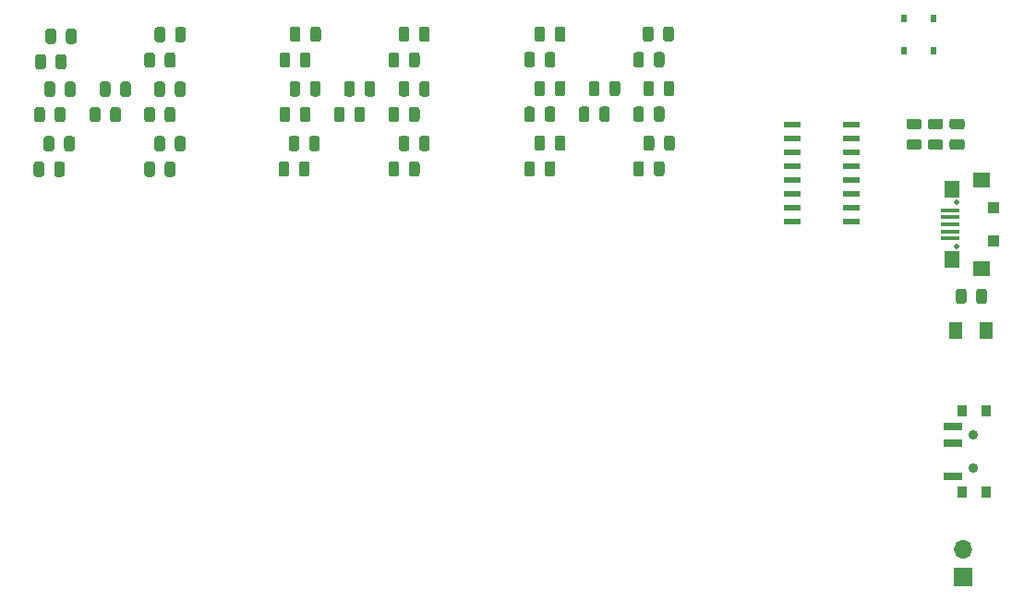
<source format=gts>
G04 #@! TF.GenerationSoftware,KiCad,Pcbnew,(5.1.9)-1*
G04 #@! TF.CreationDate,2021-03-01T10:40:22-06:00*
G04 #@! TF.ProjectId,altbier_pcb_3d6,616c7462-6965-4725-9f70-63625f336436,1*
G04 #@! TF.SameCoordinates,Original*
G04 #@! TF.FileFunction,Soldermask,Top*
G04 #@! TF.FilePolarity,Negative*
%FSLAX46Y46*%
G04 Gerber Fmt 4.6, Leading zero omitted, Abs format (unit mm)*
G04 Created by KiCad (PCBNEW (5.1.9)-1) date 2021-03-01 10:40:22*
%MOMM*%
%LPD*%
G01*
G04 APERTURE LIST*
%ADD10R,1.250000X1.500000*%
%ADD11R,1.700000X1.700000*%
%ADD12O,1.700000X1.700000*%
%ADD13C,0.900000*%
%ADD14R,1.700000X0.700000*%
%ADD15R,0.900000X1.000000*%
%ADD16R,1.500000X0.600000*%
%ADD17R,1.000000X1.100000*%
%ADD18R,1.500000X1.350000*%
%ADD19C,0.500000*%
%ADD20R,1.800000X0.400000*%
%ADD21R,1.400000X1.500000*%
%ADD22R,0.600000X0.750000*%
G04 APERTURE END LIST*
D10*
G04 #@! TO.C,SW2*
X205870000Y-89916000D03*
X203070000Y-89916000D03*
G04 #@! TD*
D11*
G04 #@! TO.C,J2*
X203708000Y-112522000D03*
D12*
X203708000Y-109982000D03*
G04 #@! TD*
G04 #@! TO.C,C1*
G36*
G01*
X201649650Y-71432000D02*
X200737150Y-71432000D01*
G75*
G02*
X200493400Y-71188250I0J243750D01*
G01*
X200493400Y-70700750D01*
G75*
G02*
X200737150Y-70457000I243750J0D01*
G01*
X201649650Y-70457000D01*
G75*
G02*
X201893400Y-70700750I0J-243750D01*
G01*
X201893400Y-71188250D01*
G75*
G02*
X201649650Y-71432000I-243750J0D01*
G01*
G37*
G36*
G01*
X201649650Y-73307000D02*
X200737150Y-73307000D01*
G75*
G02*
X200493400Y-73063250I0J243750D01*
G01*
X200493400Y-72575750D01*
G75*
G02*
X200737150Y-72332000I243750J0D01*
G01*
X201649650Y-72332000D01*
G75*
G02*
X201893400Y-72575750I0J-243750D01*
G01*
X201893400Y-73063250D01*
G75*
G02*
X201649650Y-73307000I-243750J0D01*
G01*
G37*
G04 #@! TD*
G04 #@! TO.C,C2*
G36*
G01*
X199668450Y-71432000D02*
X198755950Y-71432000D01*
G75*
G02*
X198512200Y-71188250I0J243750D01*
G01*
X198512200Y-70700750D01*
G75*
G02*
X198755950Y-70457000I243750J0D01*
G01*
X199668450Y-70457000D01*
G75*
G02*
X199912200Y-70700750I0J-243750D01*
G01*
X199912200Y-71188250D01*
G75*
G02*
X199668450Y-71432000I-243750J0D01*
G01*
G37*
G36*
G01*
X199668450Y-73307000D02*
X198755950Y-73307000D01*
G75*
G02*
X198512200Y-73063250I0J243750D01*
G01*
X198512200Y-72575750D01*
G75*
G02*
X198755950Y-72332000I243750J0D01*
G01*
X199668450Y-72332000D01*
G75*
G02*
X199912200Y-72575750I0J-243750D01*
G01*
X199912200Y-73063250D01*
G75*
G02*
X199668450Y-73307000I-243750J0D01*
G01*
G37*
G04 #@! TD*
G04 #@! TO.C,R2*
G36*
G01*
X204920000Y-87197250D02*
X204920000Y-86284750D01*
G75*
G02*
X205163750Y-86041000I243750J0D01*
G01*
X205651250Y-86041000D01*
G75*
G02*
X205895000Y-86284750I0J-243750D01*
G01*
X205895000Y-87197250D01*
G75*
G02*
X205651250Y-87441000I-243750J0D01*
G01*
X205163750Y-87441000D01*
G75*
G02*
X204920000Y-87197250I0J243750D01*
G01*
G37*
G36*
G01*
X203045000Y-87197250D02*
X203045000Y-86284750D01*
G75*
G02*
X203288750Y-86041000I243750J0D01*
G01*
X203776250Y-86041000D01*
G75*
G02*
X204020000Y-86284750I0J-243750D01*
G01*
X204020000Y-87197250D01*
G75*
G02*
X203776250Y-87441000I-243750J0D01*
G01*
X203288750Y-87441000D01*
G75*
G02*
X203045000Y-87197250I0J243750D01*
G01*
G37*
G04 #@! TD*
G04 #@! TO.C,R3*
G36*
G01*
X203630850Y-71432000D02*
X202718350Y-71432000D01*
G75*
G02*
X202474600Y-71188250I0J243750D01*
G01*
X202474600Y-70700750D01*
G75*
G02*
X202718350Y-70457000I243750J0D01*
G01*
X203630850Y-70457000D01*
G75*
G02*
X203874600Y-70700750I0J-243750D01*
G01*
X203874600Y-71188250D01*
G75*
G02*
X203630850Y-71432000I-243750J0D01*
G01*
G37*
G36*
G01*
X203630850Y-73307000D02*
X202718350Y-73307000D01*
G75*
G02*
X202474600Y-73063250I0J243750D01*
G01*
X202474600Y-72575750D01*
G75*
G02*
X202718350Y-72332000I243750J0D01*
G01*
X203630850Y-72332000D01*
G75*
G02*
X203874600Y-72575750I0J-243750D01*
G01*
X203874600Y-73063250D01*
G75*
G02*
X203630850Y-73307000I-243750J0D01*
G01*
G37*
G04 #@! TD*
G04 #@! TO.C,R11*
G36*
G01*
X121455600Y-63346650D02*
X121455600Y-62434150D01*
G75*
G02*
X121699350Y-62190400I243750J0D01*
G01*
X122186850Y-62190400D01*
G75*
G02*
X122430600Y-62434150I0J-243750D01*
G01*
X122430600Y-63346650D01*
G75*
G02*
X122186850Y-63590400I-243750J0D01*
G01*
X121699350Y-63590400D01*
G75*
G02*
X121455600Y-63346650I0J243750D01*
G01*
G37*
G36*
G01*
X119580600Y-63346650D02*
X119580600Y-62434150D01*
G75*
G02*
X119824350Y-62190400I243750J0D01*
G01*
X120311850Y-62190400D01*
G75*
G02*
X120555600Y-62434150I0J-243750D01*
G01*
X120555600Y-63346650D01*
G75*
G02*
X120311850Y-63590400I-243750J0D01*
G01*
X119824350Y-63590400D01*
G75*
G02*
X119580600Y-63346650I0J243750D01*
G01*
G37*
G04 #@! TD*
G04 #@! TO.C,R12*
G36*
G01*
X131437800Y-73201850D02*
X131437800Y-72289350D01*
G75*
G02*
X131681550Y-72045600I243750J0D01*
G01*
X132169050Y-72045600D01*
G75*
G02*
X132412800Y-72289350I0J-243750D01*
G01*
X132412800Y-73201850D01*
G75*
G02*
X132169050Y-73445600I-243750J0D01*
G01*
X131681550Y-73445600D01*
G75*
G02*
X131437800Y-73201850I0J243750D01*
G01*
G37*
G36*
G01*
X129562800Y-73201850D02*
X129562800Y-72289350D01*
G75*
G02*
X129806550Y-72045600I243750J0D01*
G01*
X130294050Y-72045600D01*
G75*
G02*
X130537800Y-72289350I0J-243750D01*
G01*
X130537800Y-73201850D01*
G75*
G02*
X130294050Y-73445600I-243750J0D01*
G01*
X129806550Y-73445600D01*
G75*
G02*
X129562800Y-73201850I0J243750D01*
G01*
G37*
G04 #@! TD*
G04 #@! TO.C,R13*
G36*
G01*
X121354000Y-68198050D02*
X121354000Y-67285550D01*
G75*
G02*
X121597750Y-67041800I243750J0D01*
G01*
X122085250Y-67041800D01*
G75*
G02*
X122329000Y-67285550I0J-243750D01*
G01*
X122329000Y-68198050D01*
G75*
G02*
X122085250Y-68441800I-243750J0D01*
G01*
X121597750Y-68441800D01*
G75*
G02*
X121354000Y-68198050I0J243750D01*
G01*
G37*
G36*
G01*
X119479000Y-68198050D02*
X119479000Y-67285550D01*
G75*
G02*
X119722750Y-67041800I243750J0D01*
G01*
X120210250Y-67041800D01*
G75*
G02*
X120454000Y-67285550I0J-243750D01*
G01*
X120454000Y-68198050D01*
G75*
G02*
X120210250Y-68441800I-243750J0D01*
G01*
X119722750Y-68441800D01*
G75*
G02*
X119479000Y-68198050I0J243750D01*
G01*
G37*
G04 #@! TD*
G04 #@! TO.C,R14*
G36*
G01*
X131437800Y-68198050D02*
X131437800Y-67285550D01*
G75*
G02*
X131681550Y-67041800I243750J0D01*
G01*
X132169050Y-67041800D01*
G75*
G02*
X132412800Y-67285550I0J-243750D01*
G01*
X132412800Y-68198050D01*
G75*
G02*
X132169050Y-68441800I-243750J0D01*
G01*
X131681550Y-68441800D01*
G75*
G02*
X131437800Y-68198050I0J243750D01*
G01*
G37*
G36*
G01*
X129562800Y-68198050D02*
X129562800Y-67285550D01*
G75*
G02*
X129806550Y-67041800I243750J0D01*
G01*
X130294050Y-67041800D01*
G75*
G02*
X130537800Y-67285550I0J-243750D01*
G01*
X130537800Y-68198050D01*
G75*
G02*
X130294050Y-68441800I-243750J0D01*
G01*
X129806550Y-68441800D01*
G75*
G02*
X129562800Y-68198050I0J243750D01*
G01*
G37*
G04 #@! TD*
G04 #@! TO.C,R15*
G36*
G01*
X121277800Y-73201850D02*
X121277800Y-72289350D01*
G75*
G02*
X121521550Y-72045600I243750J0D01*
G01*
X122009050Y-72045600D01*
G75*
G02*
X122252800Y-72289350I0J-243750D01*
G01*
X122252800Y-73201850D01*
G75*
G02*
X122009050Y-73445600I-243750J0D01*
G01*
X121521550Y-73445600D01*
G75*
G02*
X121277800Y-73201850I0J243750D01*
G01*
G37*
G36*
G01*
X119402800Y-73201850D02*
X119402800Y-72289350D01*
G75*
G02*
X119646550Y-72045600I243750J0D01*
G01*
X120134050Y-72045600D01*
G75*
G02*
X120377800Y-72289350I0J-243750D01*
G01*
X120377800Y-73201850D01*
G75*
G02*
X120134050Y-73445600I-243750J0D01*
G01*
X119646550Y-73445600D01*
G75*
G02*
X119402800Y-73201850I0J243750D01*
G01*
G37*
G04 #@! TD*
G04 #@! TO.C,R16*
G36*
G01*
X131463200Y-63194250D02*
X131463200Y-62281750D01*
G75*
G02*
X131706950Y-62038000I243750J0D01*
G01*
X132194450Y-62038000D01*
G75*
G02*
X132438200Y-62281750I0J-243750D01*
G01*
X132438200Y-63194250D01*
G75*
G02*
X132194450Y-63438000I-243750J0D01*
G01*
X131706950Y-63438000D01*
G75*
G02*
X131463200Y-63194250I0J243750D01*
G01*
G37*
G36*
G01*
X129588200Y-63194250D02*
X129588200Y-62281750D01*
G75*
G02*
X129831950Y-62038000I243750J0D01*
G01*
X130319450Y-62038000D01*
G75*
G02*
X130563200Y-62281750I0J-243750D01*
G01*
X130563200Y-63194250D01*
G75*
G02*
X130319450Y-63438000I-243750J0D01*
G01*
X129831950Y-63438000D01*
G75*
G02*
X129588200Y-63194250I0J243750D01*
G01*
G37*
G04 #@! TD*
G04 #@! TO.C,R17*
G36*
G01*
X126434000Y-68198050D02*
X126434000Y-67285550D01*
G75*
G02*
X126677750Y-67041800I243750J0D01*
G01*
X127165250Y-67041800D01*
G75*
G02*
X127409000Y-67285550I0J-243750D01*
G01*
X127409000Y-68198050D01*
G75*
G02*
X127165250Y-68441800I-243750J0D01*
G01*
X126677750Y-68441800D01*
G75*
G02*
X126434000Y-68198050I0J243750D01*
G01*
G37*
G36*
G01*
X124559000Y-68198050D02*
X124559000Y-67285550D01*
G75*
G02*
X124802750Y-67041800I243750J0D01*
G01*
X125290250Y-67041800D01*
G75*
G02*
X125534000Y-67285550I0J-243750D01*
G01*
X125534000Y-68198050D01*
G75*
G02*
X125290250Y-68441800I-243750J0D01*
G01*
X124802750Y-68441800D01*
G75*
G02*
X124559000Y-68198050I0J243750D01*
G01*
G37*
G04 #@! TD*
G04 #@! TO.C,R21*
G36*
G01*
X143858400Y-63168850D02*
X143858400Y-62256350D01*
G75*
G02*
X144102150Y-62012600I243750J0D01*
G01*
X144589650Y-62012600D01*
G75*
G02*
X144833400Y-62256350I0J-243750D01*
G01*
X144833400Y-63168850D01*
G75*
G02*
X144589650Y-63412600I-243750J0D01*
G01*
X144102150Y-63412600D01*
G75*
G02*
X143858400Y-63168850I0J243750D01*
G01*
G37*
G36*
G01*
X141983400Y-63168850D02*
X141983400Y-62256350D01*
G75*
G02*
X142227150Y-62012600I243750J0D01*
G01*
X142714650Y-62012600D01*
G75*
G02*
X142958400Y-62256350I0J-243750D01*
G01*
X142958400Y-63168850D01*
G75*
G02*
X142714650Y-63412600I-243750J0D01*
G01*
X142227150Y-63412600D01*
G75*
G02*
X141983400Y-63168850I0J243750D01*
G01*
G37*
G04 #@! TD*
G04 #@! TO.C,R22*
G36*
G01*
X153840600Y-73176450D02*
X153840600Y-72263950D01*
G75*
G02*
X154084350Y-72020200I243750J0D01*
G01*
X154571850Y-72020200D01*
G75*
G02*
X154815600Y-72263950I0J-243750D01*
G01*
X154815600Y-73176450D01*
G75*
G02*
X154571850Y-73420200I-243750J0D01*
G01*
X154084350Y-73420200D01*
G75*
G02*
X153840600Y-73176450I0J243750D01*
G01*
G37*
G36*
G01*
X151965600Y-73176450D02*
X151965600Y-72263950D01*
G75*
G02*
X152209350Y-72020200I243750J0D01*
G01*
X152696850Y-72020200D01*
G75*
G02*
X152940600Y-72263950I0J-243750D01*
G01*
X152940600Y-73176450D01*
G75*
G02*
X152696850Y-73420200I-243750J0D01*
G01*
X152209350Y-73420200D01*
G75*
G02*
X151965600Y-73176450I0J243750D01*
G01*
G37*
G04 #@! TD*
G04 #@! TO.C,R23*
G36*
G01*
X143833000Y-68172650D02*
X143833000Y-67260150D01*
G75*
G02*
X144076750Y-67016400I243750J0D01*
G01*
X144564250Y-67016400D01*
G75*
G02*
X144808000Y-67260150I0J-243750D01*
G01*
X144808000Y-68172650D01*
G75*
G02*
X144564250Y-68416400I-243750J0D01*
G01*
X144076750Y-68416400D01*
G75*
G02*
X143833000Y-68172650I0J243750D01*
G01*
G37*
G36*
G01*
X141958000Y-68172650D02*
X141958000Y-67260150D01*
G75*
G02*
X142201750Y-67016400I243750J0D01*
G01*
X142689250Y-67016400D01*
G75*
G02*
X142933000Y-67260150I0J-243750D01*
G01*
X142933000Y-68172650D01*
G75*
G02*
X142689250Y-68416400I-243750J0D01*
G01*
X142201750Y-68416400D01*
G75*
G02*
X141958000Y-68172650I0J243750D01*
G01*
G37*
G04 #@! TD*
G04 #@! TO.C,R24*
G36*
G01*
X153840600Y-68172650D02*
X153840600Y-67260150D01*
G75*
G02*
X154084350Y-67016400I243750J0D01*
G01*
X154571850Y-67016400D01*
G75*
G02*
X154815600Y-67260150I0J-243750D01*
G01*
X154815600Y-68172650D01*
G75*
G02*
X154571850Y-68416400I-243750J0D01*
G01*
X154084350Y-68416400D01*
G75*
G02*
X153840600Y-68172650I0J243750D01*
G01*
G37*
G36*
G01*
X151965600Y-68172650D02*
X151965600Y-67260150D01*
G75*
G02*
X152209350Y-67016400I243750J0D01*
G01*
X152696850Y-67016400D01*
G75*
G02*
X152940600Y-67260150I0J-243750D01*
G01*
X152940600Y-68172650D01*
G75*
G02*
X152696850Y-68416400I-243750J0D01*
G01*
X152209350Y-68416400D01*
G75*
G02*
X151965600Y-68172650I0J243750D01*
G01*
G37*
G04 #@! TD*
G04 #@! TO.C,R25*
G36*
G01*
X143756800Y-73176450D02*
X143756800Y-72263950D01*
G75*
G02*
X144000550Y-72020200I243750J0D01*
G01*
X144488050Y-72020200D01*
G75*
G02*
X144731800Y-72263950I0J-243750D01*
G01*
X144731800Y-73176450D01*
G75*
G02*
X144488050Y-73420200I-243750J0D01*
G01*
X144000550Y-73420200D01*
G75*
G02*
X143756800Y-73176450I0J243750D01*
G01*
G37*
G36*
G01*
X141881800Y-73176450D02*
X141881800Y-72263950D01*
G75*
G02*
X142125550Y-72020200I243750J0D01*
G01*
X142613050Y-72020200D01*
G75*
G02*
X142856800Y-72263950I0J-243750D01*
G01*
X142856800Y-73176450D01*
G75*
G02*
X142613050Y-73420200I-243750J0D01*
G01*
X142125550Y-73420200D01*
G75*
G02*
X141881800Y-73176450I0J243750D01*
G01*
G37*
G04 #@! TD*
G04 #@! TO.C,R26*
G36*
G01*
X153840600Y-63168850D02*
X153840600Y-62256350D01*
G75*
G02*
X154084350Y-62012600I243750J0D01*
G01*
X154571850Y-62012600D01*
G75*
G02*
X154815600Y-62256350I0J-243750D01*
G01*
X154815600Y-63168850D01*
G75*
G02*
X154571850Y-63412600I-243750J0D01*
G01*
X154084350Y-63412600D01*
G75*
G02*
X153840600Y-63168850I0J243750D01*
G01*
G37*
G36*
G01*
X151965600Y-63168850D02*
X151965600Y-62256350D01*
G75*
G02*
X152209350Y-62012600I243750J0D01*
G01*
X152696850Y-62012600D01*
G75*
G02*
X152940600Y-62256350I0J-243750D01*
G01*
X152940600Y-63168850D01*
G75*
G02*
X152696850Y-63412600I-243750J0D01*
G01*
X152209350Y-63412600D01*
G75*
G02*
X151965600Y-63168850I0J243750D01*
G01*
G37*
G04 #@! TD*
G04 #@! TO.C,R27*
G36*
G01*
X148836800Y-68172650D02*
X148836800Y-67260150D01*
G75*
G02*
X149080550Y-67016400I243750J0D01*
G01*
X149568050Y-67016400D01*
G75*
G02*
X149811800Y-67260150I0J-243750D01*
G01*
X149811800Y-68172650D01*
G75*
G02*
X149568050Y-68416400I-243750J0D01*
G01*
X149080550Y-68416400D01*
G75*
G02*
X148836800Y-68172650I0J243750D01*
G01*
G37*
G36*
G01*
X146961800Y-68172650D02*
X146961800Y-67260150D01*
G75*
G02*
X147205550Y-67016400I243750J0D01*
G01*
X147693050Y-67016400D01*
G75*
G02*
X147936800Y-67260150I0J-243750D01*
G01*
X147936800Y-68172650D01*
G75*
G02*
X147693050Y-68416400I-243750J0D01*
G01*
X147205550Y-68416400D01*
G75*
G02*
X146961800Y-68172650I0J243750D01*
G01*
G37*
G04 #@! TD*
G04 #@! TO.C,R31*
G36*
G01*
X166286600Y-63168850D02*
X166286600Y-62256350D01*
G75*
G02*
X166530350Y-62012600I243750J0D01*
G01*
X167017850Y-62012600D01*
G75*
G02*
X167261600Y-62256350I0J-243750D01*
G01*
X167261600Y-63168850D01*
G75*
G02*
X167017850Y-63412600I-243750J0D01*
G01*
X166530350Y-63412600D01*
G75*
G02*
X166286600Y-63168850I0J243750D01*
G01*
G37*
G36*
G01*
X164411600Y-63168850D02*
X164411600Y-62256350D01*
G75*
G02*
X164655350Y-62012600I243750J0D01*
G01*
X165142850Y-62012600D01*
G75*
G02*
X165386600Y-62256350I0J-243750D01*
G01*
X165386600Y-63168850D01*
G75*
G02*
X165142850Y-63412600I-243750J0D01*
G01*
X164655350Y-63412600D01*
G75*
G02*
X164411600Y-63168850I0J243750D01*
G01*
G37*
G04 #@! TD*
G04 #@! TO.C,R32*
G36*
G01*
X176294200Y-73151050D02*
X176294200Y-72238550D01*
G75*
G02*
X176537950Y-71994800I243750J0D01*
G01*
X177025450Y-71994800D01*
G75*
G02*
X177269200Y-72238550I0J-243750D01*
G01*
X177269200Y-73151050D01*
G75*
G02*
X177025450Y-73394800I-243750J0D01*
G01*
X176537950Y-73394800D01*
G75*
G02*
X176294200Y-73151050I0J243750D01*
G01*
G37*
G36*
G01*
X174419200Y-73151050D02*
X174419200Y-72238550D01*
G75*
G02*
X174662950Y-71994800I243750J0D01*
G01*
X175150450Y-71994800D01*
G75*
G02*
X175394200Y-72238550I0J-243750D01*
G01*
X175394200Y-73151050D01*
G75*
G02*
X175150450Y-73394800I-243750J0D01*
G01*
X174662950Y-73394800D01*
G75*
G02*
X174419200Y-73151050I0J243750D01*
G01*
G37*
G04 #@! TD*
G04 #@! TO.C,R33*
G36*
G01*
X166286600Y-68147250D02*
X166286600Y-67234750D01*
G75*
G02*
X166530350Y-66991000I243750J0D01*
G01*
X167017850Y-66991000D01*
G75*
G02*
X167261600Y-67234750I0J-243750D01*
G01*
X167261600Y-68147250D01*
G75*
G02*
X167017850Y-68391000I-243750J0D01*
G01*
X166530350Y-68391000D01*
G75*
G02*
X166286600Y-68147250I0J243750D01*
G01*
G37*
G36*
G01*
X164411600Y-68147250D02*
X164411600Y-67234750D01*
G75*
G02*
X164655350Y-66991000I243750J0D01*
G01*
X165142850Y-66991000D01*
G75*
G02*
X165386600Y-67234750I0J-243750D01*
G01*
X165386600Y-68147250D01*
G75*
G02*
X165142850Y-68391000I-243750J0D01*
G01*
X164655350Y-68391000D01*
G75*
G02*
X164411600Y-68147250I0J243750D01*
G01*
G37*
G04 #@! TD*
G04 #@! TO.C,R34*
G36*
G01*
X176268800Y-68147250D02*
X176268800Y-67234750D01*
G75*
G02*
X176512550Y-66991000I243750J0D01*
G01*
X177000050Y-66991000D01*
G75*
G02*
X177243800Y-67234750I0J-243750D01*
G01*
X177243800Y-68147250D01*
G75*
G02*
X177000050Y-68391000I-243750J0D01*
G01*
X176512550Y-68391000D01*
G75*
G02*
X176268800Y-68147250I0J243750D01*
G01*
G37*
G36*
G01*
X174393800Y-68147250D02*
X174393800Y-67234750D01*
G75*
G02*
X174637550Y-66991000I243750J0D01*
G01*
X175125050Y-66991000D01*
G75*
G02*
X175368800Y-67234750I0J-243750D01*
G01*
X175368800Y-68147250D01*
G75*
G02*
X175125050Y-68391000I-243750J0D01*
G01*
X174637550Y-68391000D01*
G75*
G02*
X174393800Y-68147250I0J243750D01*
G01*
G37*
G04 #@! TD*
G04 #@! TO.C,R35*
G36*
G01*
X165386600Y-72238550D02*
X165386600Y-73151050D01*
G75*
G02*
X165142850Y-73394800I-243750J0D01*
G01*
X164655350Y-73394800D01*
G75*
G02*
X164411600Y-73151050I0J243750D01*
G01*
X164411600Y-72238550D01*
G75*
G02*
X164655350Y-71994800I243750J0D01*
G01*
X165142850Y-71994800D01*
G75*
G02*
X165386600Y-72238550I0J-243750D01*
G01*
G37*
G36*
G01*
X167261600Y-72238550D02*
X167261600Y-73151050D01*
G75*
G02*
X167017850Y-73394800I-243750J0D01*
G01*
X166530350Y-73394800D01*
G75*
G02*
X166286600Y-73151050I0J243750D01*
G01*
X166286600Y-72238550D01*
G75*
G02*
X166530350Y-71994800I243750J0D01*
G01*
X167017850Y-71994800D01*
G75*
G02*
X167261600Y-72238550I0J-243750D01*
G01*
G37*
G04 #@! TD*
G04 #@! TO.C,R36*
G36*
G01*
X175318000Y-62230950D02*
X175318000Y-63143450D01*
G75*
G02*
X175074250Y-63387200I-243750J0D01*
G01*
X174586750Y-63387200D01*
G75*
G02*
X174343000Y-63143450I0J243750D01*
G01*
X174343000Y-62230950D01*
G75*
G02*
X174586750Y-61987200I243750J0D01*
G01*
X175074250Y-61987200D01*
G75*
G02*
X175318000Y-62230950I0J-243750D01*
G01*
G37*
G36*
G01*
X177193000Y-62230950D02*
X177193000Y-63143450D01*
G75*
G02*
X176949250Y-63387200I-243750J0D01*
G01*
X176461750Y-63387200D01*
G75*
G02*
X176218000Y-63143450I0J243750D01*
G01*
X176218000Y-62230950D01*
G75*
G02*
X176461750Y-61987200I243750J0D01*
G01*
X176949250Y-61987200D01*
G75*
G02*
X177193000Y-62230950I0J-243750D01*
G01*
G37*
G04 #@! TD*
G04 #@! TO.C,R37*
G36*
G01*
X171290400Y-68147250D02*
X171290400Y-67234750D01*
G75*
G02*
X171534150Y-66991000I243750J0D01*
G01*
X172021650Y-66991000D01*
G75*
G02*
X172265400Y-67234750I0J-243750D01*
G01*
X172265400Y-68147250D01*
G75*
G02*
X172021650Y-68391000I-243750J0D01*
G01*
X171534150Y-68391000D01*
G75*
G02*
X171290400Y-68147250I0J243750D01*
G01*
G37*
G36*
G01*
X169415400Y-68147250D02*
X169415400Y-67234750D01*
G75*
G02*
X169659150Y-66991000I243750J0D01*
G01*
X170146650Y-66991000D01*
G75*
G02*
X170390400Y-67234750I0J-243750D01*
G01*
X170390400Y-68147250D01*
G75*
G02*
X170146650Y-68391000I-243750J0D01*
G01*
X169659150Y-68391000D01*
G75*
G02*
X169415400Y-68147250I0J243750D01*
G01*
G37*
G04 #@! TD*
G04 #@! TO.C,D31*
G36*
G01*
X165351000Y-65499450D02*
X165351000Y-64586950D01*
G75*
G02*
X165594750Y-64343200I243750J0D01*
G01*
X166082250Y-64343200D01*
G75*
G02*
X166326000Y-64586950I0J-243750D01*
G01*
X166326000Y-65499450D01*
G75*
G02*
X166082250Y-65743200I-243750J0D01*
G01*
X165594750Y-65743200D01*
G75*
G02*
X165351000Y-65499450I0J243750D01*
G01*
G37*
G36*
G01*
X163476000Y-65499450D02*
X163476000Y-64586950D01*
G75*
G02*
X163719750Y-64343200I243750J0D01*
G01*
X164207250Y-64343200D01*
G75*
G02*
X164451000Y-64586950I0J-243750D01*
G01*
X164451000Y-65499450D01*
G75*
G02*
X164207250Y-65743200I-243750J0D01*
G01*
X163719750Y-65743200D01*
G75*
G02*
X163476000Y-65499450I0J243750D01*
G01*
G37*
G04 #@! TD*
G04 #@! TO.C,D32*
G36*
G01*
X175351000Y-75499450D02*
X175351000Y-74586950D01*
G75*
G02*
X175594750Y-74343200I243750J0D01*
G01*
X176082250Y-74343200D01*
G75*
G02*
X176326000Y-74586950I0J-243750D01*
G01*
X176326000Y-75499450D01*
G75*
G02*
X176082250Y-75743200I-243750J0D01*
G01*
X175594750Y-75743200D01*
G75*
G02*
X175351000Y-75499450I0J243750D01*
G01*
G37*
G36*
G01*
X173476000Y-75499450D02*
X173476000Y-74586950D01*
G75*
G02*
X173719750Y-74343200I243750J0D01*
G01*
X174207250Y-74343200D01*
G75*
G02*
X174451000Y-74586950I0J-243750D01*
G01*
X174451000Y-75499450D01*
G75*
G02*
X174207250Y-75743200I-243750J0D01*
G01*
X173719750Y-75743200D01*
G75*
G02*
X173476000Y-75499450I0J243750D01*
G01*
G37*
G04 #@! TD*
G04 #@! TO.C,D33*
G36*
G01*
X165351000Y-70499450D02*
X165351000Y-69586950D01*
G75*
G02*
X165594750Y-69343200I243750J0D01*
G01*
X166082250Y-69343200D01*
G75*
G02*
X166326000Y-69586950I0J-243750D01*
G01*
X166326000Y-70499450D01*
G75*
G02*
X166082250Y-70743200I-243750J0D01*
G01*
X165594750Y-70743200D01*
G75*
G02*
X165351000Y-70499450I0J243750D01*
G01*
G37*
G36*
G01*
X163476000Y-70499450D02*
X163476000Y-69586950D01*
G75*
G02*
X163719750Y-69343200I243750J0D01*
G01*
X164207250Y-69343200D01*
G75*
G02*
X164451000Y-69586950I0J-243750D01*
G01*
X164451000Y-70499450D01*
G75*
G02*
X164207250Y-70743200I-243750J0D01*
G01*
X163719750Y-70743200D01*
G75*
G02*
X163476000Y-70499450I0J243750D01*
G01*
G37*
G04 #@! TD*
G04 #@! TO.C,D34*
G36*
G01*
X175351000Y-70499450D02*
X175351000Y-69586950D01*
G75*
G02*
X175594750Y-69343200I243750J0D01*
G01*
X176082250Y-69343200D01*
G75*
G02*
X176326000Y-69586950I0J-243750D01*
G01*
X176326000Y-70499450D01*
G75*
G02*
X176082250Y-70743200I-243750J0D01*
G01*
X175594750Y-70743200D01*
G75*
G02*
X175351000Y-70499450I0J243750D01*
G01*
G37*
G36*
G01*
X173476000Y-70499450D02*
X173476000Y-69586950D01*
G75*
G02*
X173719750Y-69343200I243750J0D01*
G01*
X174207250Y-69343200D01*
G75*
G02*
X174451000Y-69586950I0J-243750D01*
G01*
X174451000Y-70499450D01*
G75*
G02*
X174207250Y-70743200I-243750J0D01*
G01*
X173719750Y-70743200D01*
G75*
G02*
X173476000Y-70499450I0J243750D01*
G01*
G37*
G04 #@! TD*
G04 #@! TO.C,D35*
G36*
G01*
X165351000Y-75499450D02*
X165351000Y-74586950D01*
G75*
G02*
X165594750Y-74343200I243750J0D01*
G01*
X166082250Y-74343200D01*
G75*
G02*
X166326000Y-74586950I0J-243750D01*
G01*
X166326000Y-75499450D01*
G75*
G02*
X166082250Y-75743200I-243750J0D01*
G01*
X165594750Y-75743200D01*
G75*
G02*
X165351000Y-75499450I0J243750D01*
G01*
G37*
G36*
G01*
X163476000Y-75499450D02*
X163476000Y-74586950D01*
G75*
G02*
X163719750Y-74343200I243750J0D01*
G01*
X164207250Y-74343200D01*
G75*
G02*
X164451000Y-74586950I0J-243750D01*
G01*
X164451000Y-75499450D01*
G75*
G02*
X164207250Y-75743200I-243750J0D01*
G01*
X163719750Y-75743200D01*
G75*
G02*
X163476000Y-75499450I0J243750D01*
G01*
G37*
G04 #@! TD*
G04 #@! TO.C,D36*
G36*
G01*
X175351000Y-65499450D02*
X175351000Y-64586950D01*
G75*
G02*
X175594750Y-64343200I243750J0D01*
G01*
X176082250Y-64343200D01*
G75*
G02*
X176326000Y-64586950I0J-243750D01*
G01*
X176326000Y-65499450D01*
G75*
G02*
X176082250Y-65743200I-243750J0D01*
G01*
X175594750Y-65743200D01*
G75*
G02*
X175351000Y-65499450I0J243750D01*
G01*
G37*
G36*
G01*
X173476000Y-65499450D02*
X173476000Y-64586950D01*
G75*
G02*
X173719750Y-64343200I243750J0D01*
G01*
X174207250Y-64343200D01*
G75*
G02*
X174451000Y-64586950I0J-243750D01*
G01*
X174451000Y-65499450D01*
G75*
G02*
X174207250Y-65743200I-243750J0D01*
G01*
X173719750Y-65743200D01*
G75*
G02*
X173476000Y-65499450I0J243750D01*
G01*
G37*
G04 #@! TD*
G04 #@! TO.C,D37*
G36*
G01*
X170351000Y-70499450D02*
X170351000Y-69586950D01*
G75*
G02*
X170594750Y-69343200I243750J0D01*
G01*
X171082250Y-69343200D01*
G75*
G02*
X171326000Y-69586950I0J-243750D01*
G01*
X171326000Y-70499450D01*
G75*
G02*
X171082250Y-70743200I-243750J0D01*
G01*
X170594750Y-70743200D01*
G75*
G02*
X170351000Y-70499450I0J243750D01*
G01*
G37*
G36*
G01*
X168476000Y-70499450D02*
X168476000Y-69586950D01*
G75*
G02*
X168719750Y-69343200I243750J0D01*
G01*
X169207250Y-69343200D01*
G75*
G02*
X169451000Y-69586950I0J-243750D01*
G01*
X169451000Y-70499450D01*
G75*
G02*
X169207250Y-70743200I-243750J0D01*
G01*
X168719750Y-70743200D01*
G75*
G02*
X168476000Y-70499450I0J243750D01*
G01*
G37*
G04 #@! TD*
G04 #@! TO.C,D21*
G36*
G01*
X142913350Y-65522606D02*
X142913350Y-64610106D01*
G75*
G02*
X143157100Y-64366356I243750J0D01*
G01*
X143644600Y-64366356D01*
G75*
G02*
X143888350Y-64610106I0J-243750D01*
G01*
X143888350Y-65522606D01*
G75*
G02*
X143644600Y-65766356I-243750J0D01*
G01*
X143157100Y-65766356D01*
G75*
G02*
X142913350Y-65522606I0J243750D01*
G01*
G37*
G36*
G01*
X141038350Y-65522606D02*
X141038350Y-64610106D01*
G75*
G02*
X141282100Y-64366356I243750J0D01*
G01*
X141769600Y-64366356D01*
G75*
G02*
X142013350Y-64610106I0J-243750D01*
G01*
X142013350Y-65522606D01*
G75*
G02*
X141769600Y-65766356I-243750J0D01*
G01*
X141282100Y-65766356D01*
G75*
G02*
X141038350Y-65522606I0J243750D01*
G01*
G37*
G04 #@! TD*
G04 #@! TO.C,D22*
G36*
G01*
X152913350Y-75522606D02*
X152913350Y-74610106D01*
G75*
G02*
X153157100Y-74366356I243750J0D01*
G01*
X153644600Y-74366356D01*
G75*
G02*
X153888350Y-74610106I0J-243750D01*
G01*
X153888350Y-75522606D01*
G75*
G02*
X153644600Y-75766356I-243750J0D01*
G01*
X153157100Y-75766356D01*
G75*
G02*
X152913350Y-75522606I0J243750D01*
G01*
G37*
G36*
G01*
X151038350Y-75522606D02*
X151038350Y-74610106D01*
G75*
G02*
X151282100Y-74366356I243750J0D01*
G01*
X151769600Y-74366356D01*
G75*
G02*
X152013350Y-74610106I0J-243750D01*
G01*
X152013350Y-75522606D01*
G75*
G02*
X151769600Y-75766356I-243750J0D01*
G01*
X151282100Y-75766356D01*
G75*
G02*
X151038350Y-75522606I0J243750D01*
G01*
G37*
G04 #@! TD*
G04 #@! TO.C,D23*
G36*
G01*
X142913350Y-70522606D02*
X142913350Y-69610106D01*
G75*
G02*
X143157100Y-69366356I243750J0D01*
G01*
X143644600Y-69366356D01*
G75*
G02*
X143888350Y-69610106I0J-243750D01*
G01*
X143888350Y-70522606D01*
G75*
G02*
X143644600Y-70766356I-243750J0D01*
G01*
X143157100Y-70766356D01*
G75*
G02*
X142913350Y-70522606I0J243750D01*
G01*
G37*
G36*
G01*
X141038350Y-70522606D02*
X141038350Y-69610106D01*
G75*
G02*
X141282100Y-69366356I243750J0D01*
G01*
X141769600Y-69366356D01*
G75*
G02*
X142013350Y-69610106I0J-243750D01*
G01*
X142013350Y-70522606D01*
G75*
G02*
X141769600Y-70766356I-243750J0D01*
G01*
X141282100Y-70766356D01*
G75*
G02*
X141038350Y-70522606I0J243750D01*
G01*
G37*
G04 #@! TD*
G04 #@! TO.C,D24*
G36*
G01*
X152913350Y-70522606D02*
X152913350Y-69610106D01*
G75*
G02*
X153157100Y-69366356I243750J0D01*
G01*
X153644600Y-69366356D01*
G75*
G02*
X153888350Y-69610106I0J-243750D01*
G01*
X153888350Y-70522606D01*
G75*
G02*
X153644600Y-70766356I-243750J0D01*
G01*
X153157100Y-70766356D01*
G75*
G02*
X152913350Y-70522606I0J243750D01*
G01*
G37*
G36*
G01*
X151038350Y-70522606D02*
X151038350Y-69610106D01*
G75*
G02*
X151282100Y-69366356I243750J0D01*
G01*
X151769600Y-69366356D01*
G75*
G02*
X152013350Y-69610106I0J-243750D01*
G01*
X152013350Y-70522606D01*
G75*
G02*
X151769600Y-70766356I-243750J0D01*
G01*
X151282100Y-70766356D01*
G75*
G02*
X151038350Y-70522606I0J243750D01*
G01*
G37*
G04 #@! TD*
G04 #@! TO.C,D25*
G36*
G01*
X142813350Y-75522606D02*
X142813350Y-74610106D01*
G75*
G02*
X143057100Y-74366356I243750J0D01*
G01*
X143544600Y-74366356D01*
G75*
G02*
X143788350Y-74610106I0J-243750D01*
G01*
X143788350Y-75522606D01*
G75*
G02*
X143544600Y-75766356I-243750J0D01*
G01*
X143057100Y-75766356D01*
G75*
G02*
X142813350Y-75522606I0J243750D01*
G01*
G37*
G36*
G01*
X140938350Y-75522606D02*
X140938350Y-74610106D01*
G75*
G02*
X141182100Y-74366356I243750J0D01*
G01*
X141669600Y-74366356D01*
G75*
G02*
X141913350Y-74610106I0J-243750D01*
G01*
X141913350Y-75522606D01*
G75*
G02*
X141669600Y-75766356I-243750J0D01*
G01*
X141182100Y-75766356D01*
G75*
G02*
X140938350Y-75522606I0J243750D01*
G01*
G37*
G04 #@! TD*
G04 #@! TO.C,D26*
G36*
G01*
X152913350Y-65522606D02*
X152913350Y-64610106D01*
G75*
G02*
X153157100Y-64366356I243750J0D01*
G01*
X153644600Y-64366356D01*
G75*
G02*
X153888350Y-64610106I0J-243750D01*
G01*
X153888350Y-65522606D01*
G75*
G02*
X153644600Y-65766356I-243750J0D01*
G01*
X153157100Y-65766356D01*
G75*
G02*
X152913350Y-65522606I0J243750D01*
G01*
G37*
G36*
G01*
X151038350Y-65522606D02*
X151038350Y-64610106D01*
G75*
G02*
X151282100Y-64366356I243750J0D01*
G01*
X151769600Y-64366356D01*
G75*
G02*
X152013350Y-64610106I0J-243750D01*
G01*
X152013350Y-65522606D01*
G75*
G02*
X151769600Y-65766356I-243750J0D01*
G01*
X151282100Y-65766356D01*
G75*
G02*
X151038350Y-65522606I0J243750D01*
G01*
G37*
G04 #@! TD*
G04 #@! TO.C,D27*
G36*
G01*
X147913350Y-70522606D02*
X147913350Y-69610106D01*
G75*
G02*
X148157100Y-69366356I243750J0D01*
G01*
X148644600Y-69366356D01*
G75*
G02*
X148888350Y-69610106I0J-243750D01*
G01*
X148888350Y-70522606D01*
G75*
G02*
X148644600Y-70766356I-243750J0D01*
G01*
X148157100Y-70766356D01*
G75*
G02*
X147913350Y-70522606I0J243750D01*
G01*
G37*
G36*
G01*
X146038350Y-70522606D02*
X146038350Y-69610106D01*
G75*
G02*
X146282100Y-69366356I243750J0D01*
G01*
X146769600Y-69366356D01*
G75*
G02*
X147013350Y-69610106I0J-243750D01*
G01*
X147013350Y-70522606D01*
G75*
G02*
X146769600Y-70766356I-243750J0D01*
G01*
X146282100Y-70766356D01*
G75*
G02*
X146038350Y-70522606I0J243750D01*
G01*
G37*
G04 #@! TD*
G04 #@! TO.C,D11*
G36*
G01*
X120517300Y-65687550D02*
X120517300Y-64775050D01*
G75*
G02*
X120761050Y-64531300I243750J0D01*
G01*
X121248550Y-64531300D01*
G75*
G02*
X121492300Y-64775050I0J-243750D01*
G01*
X121492300Y-65687550D01*
G75*
G02*
X121248550Y-65931300I-243750J0D01*
G01*
X120761050Y-65931300D01*
G75*
G02*
X120517300Y-65687550I0J243750D01*
G01*
G37*
G36*
G01*
X118642300Y-65687550D02*
X118642300Y-64775050D01*
G75*
G02*
X118886050Y-64531300I243750J0D01*
G01*
X119373550Y-64531300D01*
G75*
G02*
X119617300Y-64775050I0J-243750D01*
G01*
X119617300Y-65687550D01*
G75*
G02*
X119373550Y-65931300I-243750J0D01*
G01*
X118886050Y-65931300D01*
G75*
G02*
X118642300Y-65687550I0J243750D01*
G01*
G37*
G04 #@! TD*
G04 #@! TO.C,D12*
G36*
G01*
X130517300Y-75537550D02*
X130517300Y-74625050D01*
G75*
G02*
X130761050Y-74381300I243750J0D01*
G01*
X131248550Y-74381300D01*
G75*
G02*
X131492300Y-74625050I0J-243750D01*
G01*
X131492300Y-75537550D01*
G75*
G02*
X131248550Y-75781300I-243750J0D01*
G01*
X130761050Y-75781300D01*
G75*
G02*
X130517300Y-75537550I0J243750D01*
G01*
G37*
G36*
G01*
X128642300Y-75537550D02*
X128642300Y-74625050D01*
G75*
G02*
X128886050Y-74381300I243750J0D01*
G01*
X129373550Y-74381300D01*
G75*
G02*
X129617300Y-74625050I0J-243750D01*
G01*
X129617300Y-75537550D01*
G75*
G02*
X129373550Y-75781300I-243750J0D01*
G01*
X128886050Y-75781300D01*
G75*
G02*
X128642300Y-75537550I0J243750D01*
G01*
G37*
G04 #@! TD*
G04 #@! TO.C,D13*
G36*
G01*
X120417300Y-70537550D02*
X120417300Y-69625050D01*
G75*
G02*
X120661050Y-69381300I243750J0D01*
G01*
X121148550Y-69381300D01*
G75*
G02*
X121392300Y-69625050I0J-243750D01*
G01*
X121392300Y-70537550D01*
G75*
G02*
X121148550Y-70781300I-243750J0D01*
G01*
X120661050Y-70781300D01*
G75*
G02*
X120417300Y-70537550I0J243750D01*
G01*
G37*
G36*
G01*
X118542300Y-70537550D02*
X118542300Y-69625050D01*
G75*
G02*
X118786050Y-69381300I243750J0D01*
G01*
X119273550Y-69381300D01*
G75*
G02*
X119517300Y-69625050I0J-243750D01*
G01*
X119517300Y-70537550D01*
G75*
G02*
X119273550Y-70781300I-243750J0D01*
G01*
X118786050Y-70781300D01*
G75*
G02*
X118542300Y-70537550I0J243750D01*
G01*
G37*
G04 #@! TD*
G04 #@! TO.C,D14*
G36*
G01*
X130517300Y-70537550D02*
X130517300Y-69625050D01*
G75*
G02*
X130761050Y-69381300I243750J0D01*
G01*
X131248550Y-69381300D01*
G75*
G02*
X131492300Y-69625050I0J-243750D01*
G01*
X131492300Y-70537550D01*
G75*
G02*
X131248550Y-70781300I-243750J0D01*
G01*
X130761050Y-70781300D01*
G75*
G02*
X130517300Y-70537550I0J243750D01*
G01*
G37*
G36*
G01*
X128642300Y-70537550D02*
X128642300Y-69625050D01*
G75*
G02*
X128886050Y-69381300I243750J0D01*
G01*
X129373550Y-69381300D01*
G75*
G02*
X129617300Y-69625050I0J-243750D01*
G01*
X129617300Y-70537550D01*
G75*
G02*
X129373550Y-70781300I-243750J0D01*
G01*
X128886050Y-70781300D01*
G75*
G02*
X128642300Y-70537550I0J243750D01*
G01*
G37*
G04 #@! TD*
G04 #@! TO.C,D15*
G36*
G01*
X120367300Y-75537550D02*
X120367300Y-74625050D01*
G75*
G02*
X120611050Y-74381300I243750J0D01*
G01*
X121098550Y-74381300D01*
G75*
G02*
X121342300Y-74625050I0J-243750D01*
G01*
X121342300Y-75537550D01*
G75*
G02*
X121098550Y-75781300I-243750J0D01*
G01*
X120611050Y-75781300D01*
G75*
G02*
X120367300Y-75537550I0J243750D01*
G01*
G37*
G36*
G01*
X118492300Y-75537550D02*
X118492300Y-74625050D01*
G75*
G02*
X118736050Y-74381300I243750J0D01*
G01*
X119223550Y-74381300D01*
G75*
G02*
X119467300Y-74625050I0J-243750D01*
G01*
X119467300Y-75537550D01*
G75*
G02*
X119223550Y-75781300I-243750J0D01*
G01*
X118736050Y-75781300D01*
G75*
G02*
X118492300Y-75537550I0J243750D01*
G01*
G37*
G04 #@! TD*
G04 #@! TO.C,D16*
G36*
G01*
X130517300Y-65537550D02*
X130517300Y-64625050D01*
G75*
G02*
X130761050Y-64381300I243750J0D01*
G01*
X131248550Y-64381300D01*
G75*
G02*
X131492300Y-64625050I0J-243750D01*
G01*
X131492300Y-65537550D01*
G75*
G02*
X131248550Y-65781300I-243750J0D01*
G01*
X130761050Y-65781300D01*
G75*
G02*
X130517300Y-65537550I0J243750D01*
G01*
G37*
G36*
G01*
X128642300Y-65537550D02*
X128642300Y-64625050D01*
G75*
G02*
X128886050Y-64381300I243750J0D01*
G01*
X129373550Y-64381300D01*
G75*
G02*
X129617300Y-64625050I0J-243750D01*
G01*
X129617300Y-65537550D01*
G75*
G02*
X129373550Y-65781300I-243750J0D01*
G01*
X128886050Y-65781300D01*
G75*
G02*
X128642300Y-65537550I0J243750D01*
G01*
G37*
G04 #@! TD*
G04 #@! TO.C,D17*
G36*
G01*
X125517300Y-70537550D02*
X125517300Y-69625050D01*
G75*
G02*
X125761050Y-69381300I243750J0D01*
G01*
X126248550Y-69381300D01*
G75*
G02*
X126492300Y-69625050I0J-243750D01*
G01*
X126492300Y-70537550D01*
G75*
G02*
X126248550Y-70781300I-243750J0D01*
G01*
X125761050Y-70781300D01*
G75*
G02*
X125517300Y-70537550I0J243750D01*
G01*
G37*
G36*
G01*
X123642300Y-70537550D02*
X123642300Y-69625050D01*
G75*
G02*
X123886050Y-69381300I243750J0D01*
G01*
X124373550Y-69381300D01*
G75*
G02*
X124617300Y-69625050I0J-243750D01*
G01*
X124617300Y-70537550D01*
G75*
G02*
X124373550Y-70781300I-243750J0D01*
G01*
X123886050Y-70781300D01*
G75*
G02*
X123642300Y-70537550I0J243750D01*
G01*
G37*
G04 #@! TD*
D13*
G04 #@! TO.C,SW1*
X204627000Y-102465000D03*
X204627000Y-99465000D03*
D14*
X202767000Y-103215000D03*
X202767000Y-100215000D03*
X202767000Y-98715000D03*
D15*
X205827000Y-104665000D03*
X205827000Y-97265000D03*
X203617000Y-97265000D03*
X203617000Y-104665000D03*
G04 #@! TD*
D16*
G04 #@! TO.C,IC1*
X193428600Y-70993000D03*
X193428600Y-72263000D03*
X193428600Y-73533000D03*
X193428600Y-74803000D03*
X193428600Y-76073000D03*
X193428600Y-77343000D03*
X193428600Y-78613000D03*
X193428600Y-79883000D03*
X188028600Y-79883000D03*
X188028600Y-78613000D03*
X188028600Y-77343000D03*
X188028600Y-76073000D03*
X188028600Y-74803000D03*
X188028600Y-73533000D03*
X188028600Y-72263000D03*
X188028600Y-70993000D03*
G04 #@! TD*
D17*
G04 #@! TO.C,J1*
X206547000Y-78637000D03*
X206547000Y-81637000D03*
D18*
X205367000Y-76062000D03*
X205367000Y-84212000D03*
D19*
X203147000Y-78137000D03*
X203147000Y-82137000D03*
D20*
X202497000Y-78837000D03*
X202497000Y-81437000D03*
X202497000Y-79487000D03*
X202497000Y-80787000D03*
X202497000Y-80137000D03*
D21*
X202697000Y-76887000D03*
X202697000Y-83387000D03*
G04 #@! TD*
D22*
G04 #@! TO.C,SW3*
X198319400Y-64213000D03*
X198319400Y-61263000D03*
X201019400Y-64213000D03*
X201019400Y-61263000D03*
G04 #@! TD*
M02*

</source>
